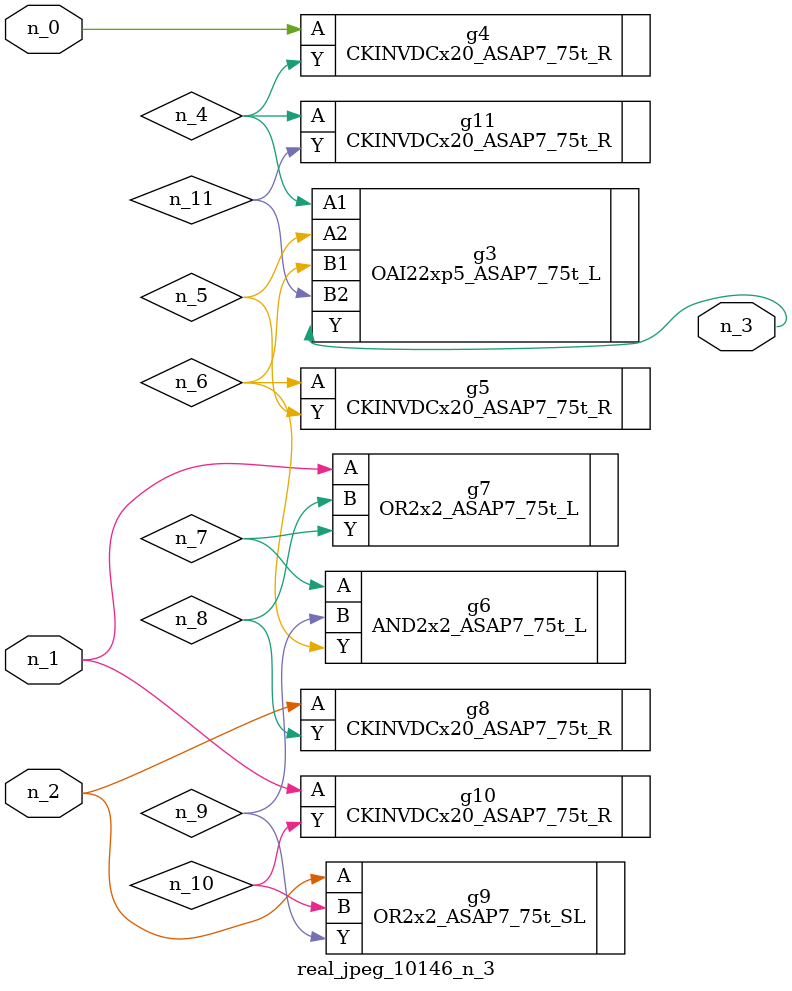
<source format=v>
module real_jpeg_10146_n_3 (n_1, n_0, n_2, n_3);

input n_1;
input n_0;
input n_2;

output n_3;

wire n_5;
wire n_8;
wire n_4;
wire n_11;
wire n_6;
wire n_7;
wire n_10;
wire n_9;

CKINVDCx20_ASAP7_75t_R g4 ( 
.A(n_0),
.Y(n_4)
);

OR2x2_ASAP7_75t_L g7 ( 
.A(n_1),
.B(n_8),
.Y(n_7)
);

CKINVDCx20_ASAP7_75t_R g10 ( 
.A(n_1),
.Y(n_10)
);

CKINVDCx20_ASAP7_75t_R g8 ( 
.A(n_2),
.Y(n_8)
);

OR2x2_ASAP7_75t_SL g9 ( 
.A(n_2),
.B(n_10),
.Y(n_9)
);

OAI22xp5_ASAP7_75t_L g3 ( 
.A1(n_4),
.A2(n_5),
.B1(n_6),
.B2(n_11),
.Y(n_3)
);

CKINVDCx20_ASAP7_75t_R g11 ( 
.A(n_4),
.Y(n_11)
);

CKINVDCx20_ASAP7_75t_R g5 ( 
.A(n_6),
.Y(n_5)
);

AND2x2_ASAP7_75t_L g6 ( 
.A(n_7),
.B(n_9),
.Y(n_6)
);


endmodule
</source>
